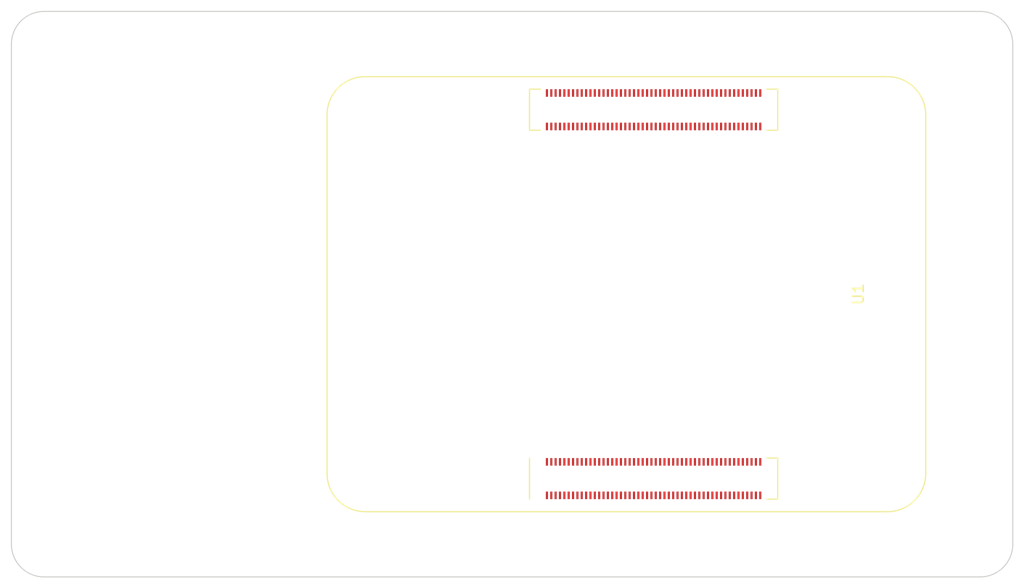
<source format=kicad_pcb>
(kicad_pcb (version 20211014) (generator pcbnew)
  (layers (0 "F.Cu" signal "Front") (31 "B.Cu" signal "Back") (34 "B.Paste" user) (35 "F.Paste" user) (36 "B.SilkS" user "B.Silkscreen") (37 "F.SilkS" user "F.Silkscreen") (38 "B.Mask" user) (39 "F.Mask" user) (44 "Edge.Cuts" user))
  (net 0 "")
  (net 1 "GND")
  (footprint "Rolling_Custom:Raspberry-Pi-4-Compute-Module" (layer "F.Cu") (at 163 100 90)
    (fp_text reference "U1" (at 0 18.8 90) (layer "F.SilkS"))
    (fp_text value "SC0320")
    (fp_line (start -18.85 -11.4) (end -15.07 -11.4) (layer "F.SilkS") (width 0.12))
    (fp_line (start -16.5 25) (end 16.5 25) (layer "F.SilkS") (width 0.12))
    (fp_line (start -18.85 11.4) (end -15.07 11.4) (layer "F.SilkS") (width 0.12))
    (fp_line (start 15.07 -11.4) (end 18.85 -11.4) (layer "F.SilkS") (width 0.12))
    (fp_line (start 18.85 11.4) (end 18.85 10.4) (layer "F.SilkS") (width 0.12))
    (fp_line (start 18.85 -11.4) (end 18.85 -10.4) (layer "F.SilkS") (width 0.12))
    (fp_line (start 15.07 11.4) (end 18.85 11.4) (layer "F.SilkS") (width 0.12))
    (fp_line (start -15.07 11.4) (end -15.07 10.4) (layer "F.SilkS") (width 0.12))
    (fp_line (start 20 21.5) (end 20 -26.5) (layer "F.SilkS") (width 0.12))
    (fp_line (start -20 -26.5) (end -20 21.5) (layer "F.SilkS") (width 0.12))
    (fp_line (start -18.85 11.4) (end -18.85 10.4) (layer "F.SilkS") (width 0.12))
    (fp_line (start 15.07 -11.4) (end 15.07 -10.4) (layer "F.SilkS") (width 0.12))
    (fp_line (start 15.07 11.4) (end 15.07 10.4) (layer "F.SilkS") (width 0.12))
    (fp_line (start 16.5 -30) (end -16.5 -30) (layer "F.SilkS") (width 0.12))
    (fp_arc (start 20 21.5) (mid 18.974874 23.974874) (end 16.5 25) (layer "F.SilkS") (width 0.12))
    (fp_arc (start 16.5 -30) (mid 18.974874 -28.974874) (end 20 -26.5) (layer "F.SilkS") (width 0.12))
    (fp_arc (start -20 -26.5) (mid -18.974874 -28.974874) (end -16.5 -30) (layer "F.SilkS") (width 0.12))
    (fp_arc (start -16.5 25) (mid -18.974874 23.974874) (end -20 21.5) (layer "F.SilkS") (width 0.12))
    (pad "" np_thru_hole circle (at 16.5 21.5 90) (size 2.7 2.7) (drill 2.7) (layers *.Cu *.Mask) (clearance 1.7))
    (pad "" np_thru_hole circle (at -16.5 -26.5 90) (size 2.7 2.7) (drill 2.7) (layers *.Cu *.Mask) (clearance 1.7))
    (pad "" np_thru_hole circle (at -16.5 21.5 90) (size 2.7 2.7) (drill 2.7) (layers *.Cu *.Mask) (clearance 1.7))
    (pad "" np_thru_hole circle (at 16.5 -26.5 90) (size 2.7 2.7) (drill 2.7) (layers *.Cu *.Mask) (clearance 1.7))
    (pad "1" smd rect (at -18.5 -9.8) (size 0.2 0.7) (layers "F.Cu" "F.Paste" "F.Mask") (net 1 "GND"))
    (pad "2" smd rect (at -15.42 -9.8) (size 0.2 0.7) (layers "F.Cu" "F.Paste" "F.Mask") (net 1 "GND"))
    (pad "3" smd rect (at -18.5 -9.4) (size 0.2 0.7) (layers "F.Cu" "F.Paste" "F.Mask"))
    (pad "4" smd rect (at -15.42 -9.4) (size 0.2 0.7) (layers "F.Cu" "F.Paste" "F.Mask"))
    (pad "5" smd rect (at -18.5 -9) (size 0.2 0.7) (layers "F.Cu" "F.Paste" "F.Mask"))
    (pad "6" smd rect (at -15.42 -9) (size 0.2 0.7) (layers "F.Cu" "F.Paste" "F.Mask"))
    (pad "7" smd rect (at -18.5 -8.6) (size 0.2 0.7) (layers "F.Cu" "F.Paste" "F.Mask") (net 1 "GND"))
    (pad "8" smd rect (at -15.42 -8.6) (size 0.2 0.7) (layers "F.Cu" "F.Paste" "F.Mask") (net 1 "GND"))
    (pad "9" smd rect (at -18.5 -8.2) (size 0.2 0.7) (layers "F.Cu" "F.Paste" "F.Mask"))
    (pad "10" smd rect (at -15.42 -8.2) (size 0.2 0.7) (layers "F.Cu" "F.Paste" "F.Mask"))
    (pad "11" smd rect (at -18.5 -7.8) (size 0.2 0.7) (layers "F.Cu" "F.Paste" "F.Mask"))
    (pad "12" smd rect (at -15.42 -7.8) (size 0.2 0.7) (layers "F.Cu" "F.Paste" "F.Mask"))
    (pad "13" smd rect (at -18.5 -7.4) (size 0.2 0.7) (layers "F.Cu" "F.Paste" "F.Mask") (net 1 "GND"))
    (pad "14" smd rect (at -15.42 -7.4) (size 0.2 0.7) (layers "F.Cu" "F.Paste" "F.Mask") (net 1 "GND"))
    (pad "15" smd rect (at -18.5 -7) (size 0.2 0.7) (layers "F.Cu" "F.Paste" "F.Mask"))
    (pad "16" smd rect (at -15.42 -7) (size 0.2 0.7) (layers "F.Cu" "F.Paste" "F.Mask"))
    (pad "17" smd rect (at -18.5 -6.6) (size 0.2 0.7) (layers "F.Cu" "F.Paste" "F.Mask"))
    (pad "18" smd rect (at -15.42 -6.6) (size 0.2 0.7) (layers "F.Cu" "F.Paste" "F.Mask"))
    (pad "19" smd rect (at -18.5 -6.2) (size 0.2 0.7) (layers "F.Cu" "F.Paste" "F.Mask"))
    (pad "20" smd rect (at -15.42 -6.2) (size 0.2 0.7) (layers "F.Cu" "F.Paste" "F.Mask"))
    (pad "21" smd rect (at -18.5 -5.8) (size 0.2 0.7) (layers "F.Cu" "F.Paste" "F.Mask"))
    (pad "22" smd rect (at -15.42 -5.8) (size 0.2 0.7) (layers "F.Cu" "F.Paste" "F.Mask") (net 1 "GND"))
    (pad "23" smd rect (at -18.5 -5.4) (size 0.2 0.7) (layers "F.Cu" "F.Paste" "F.Mask") (net 1 "GND"))
    (pad "24" smd rect (at -15.42 -5.4) (size 0.2 0.7) (layers "F.Cu" "F.Paste" "F.Mask"))
    (pad "25" smd rect (at -18.5 -5) (size 0.2 0.7) (layers "F.Cu" "F.Paste" "F.Mask"))
    (pad "26" smd rect (at -15.42 -5) (size 0.2 0.7) (layers "F.Cu" "F.Paste" "F.Mask"))
    (pad "27" smd rect (at -18.5 -4.6) (size 0.2 0.7) (layers "F.Cu" "F.Paste" "F.Mask"))
    (pad "28" smd rect (at -15.42 -4.6) (size 0.2 0.7) (layers "F.Cu" "F.Paste" "F.Mask"))
    (pad "29" smd rect (at -18.5 -4.2) (size 0.2 0.7) (layers "F.Cu" "F.Paste" "F.Mask"))
    (pad "30" smd rect (at -15.42 -4.2) (size 0.2 0.7) (layers "F.Cu" "F.Paste" "F.Mask"))
    (pad "31" smd rect (at -18.5 -3.8) (size 0.2 0.7) (layers "F.Cu" "F.Paste" "F.Mask"))
    (pad "32" smd rect (at -15.42 -3.8) (size 0.2 0.7) (layers "F.Cu" "F.Paste" "F.Mask") (net 1 "GND"))
    (pad "33" smd rect (at -18.5 -3.4) (size 0.2 0.7) (layers "F.Cu" "F.Paste" "F.Mask") (net 1 "GND"))
    (pad "34" smd rect (at -15.42 -3.4) (size 0.2 0.7) (layers "F.Cu" "F.Paste" "F.Mask"))
    (pad "35" smd rect (at -18.5 -3) (size 0.2 0.7) (layers "F.Cu" "F.Paste" "F.Mask"))
    (pad "36" smd rect (at -15.42 -3) (size 0.2 0.7) (layers "F.Cu" "F.Paste" "F.Mask"))
    (pad "37" smd rect (at -18.5 -2.6) (size 0.2 0.7) (layers "F.Cu" "F.Paste" "F.Mask"))
    (pad "38" smd rect (at -15.42 -2.6) (size 0.2 0.7) (layers "F.Cu" "F.Paste" "F.Mask"))
    (pad "39" smd rect (at -18.5 -2.2) (size 0.2 0.7) (layers "F.Cu" "F.Paste" "F.Mask"))
    (pad "40" smd rect (at -15.42 -2.2) (size 0.2 0.7) (layers "F.Cu" "F.Paste" "F.Mask"))
    (pad "41" smd rect (at -18.5 -1.8) (size 0.2 0.7) (layers "F.Cu" "F.Paste" "F.Mask"))
    (pad "42" smd rect (at -15.42 -1.8) (size 0.2 0.7) (layers "F.Cu" "F.Paste" "F.Mask") (net 1 "GND"))
    (pad "43" smd rect (at -18.5 -1.4) (size 0.2 0.7) (layers "F.Cu" "F.Paste" "F.Mask") (net 1 "GND"))
    (pad "44" smd rect (at -15.42 -1.4) (size 0.2 0.7) (layers "F.Cu" "F.Paste" "F.Mask"))
    (pad "45" smd rect (at -18.5 -1) (size 0.2 0.7) (layers "F.Cu" "F.Paste" "F.Mask"))
    (pad "46" smd rect (at -15.42 -1) (size 0.2 0.7) (layers "F.Cu" "F.Paste" "F.Mask"))
    (pad "47" smd rect (at -18.5 -0.6) (size 0.2 0.7) (layers "F.Cu" "F.Paste" "F.Mask"))
    (pad "48" smd rect (at -15.42 -0.6) (size 0.2 0.7) (layers "F.Cu" "F.Paste" "F.Mask"))
    (pad "49" smd rect (at -18.5 -0.2) (size 0.2 0.7) (layers "F.Cu" "F.Paste" "F.Mask"))
    (pad "50" smd rect (at -15.42 -0.2) (size 0.2 0.7) (layers "F.Cu" "F.Paste" "F.Mask"))
    (pad "51" smd rect (at -18.5 0.2) (size 0.2 0.7) (layers "F.Cu" "F.Paste" "F.Mask"))
    (pad "52" smd rect (at -15.42 0.2) (size 0.2 0.7) (layers "F.Cu" "F.Paste" "F.Mask") (net 1 "GND"))
    (pad "53" smd rect (at -18.5 0.6) (size 0.2 0.7) (layers "F.Cu" "F.Paste" "F.Mask") (net 1 "GND"))
    (pad "54" smd rect (at -15.42 0.6) (size 0.2 0.7) (layers "F.Cu" "F.Paste" "F.Mask"))
    (pad "55" smd rect (at -18.5 1) (size 0.2 0.7) (layers "F.Cu" "F.Paste" "F.Mask"))
    (pad "56" smd rect (at -15.42 1) (size 0.2 0.7) (layers "F.Cu" "F.Paste" "F.Mask"))
    (pad "57" smd rect (at -18.5 1.4) (size 0.2 0.7) (layers "F.Cu" "F.Paste" "F.Mask"))
    (pad "58" smd rect (at -15.42 1.4) (size 0.2 0.7) (layers "F.Cu" "F.Paste" "F.Mask"))
    (pad "59" smd rect (at -18.5 1.8) (size 0.2 0.7) (layers "F.Cu" "F.Paste" "F.Mask") (net 1 "GND"))
    (pad "60" smd rect (at -15.42 1.8) (size 0.2 0.7) (layers "F.Cu" "F.Paste" "F.Mask") (net 1 "GND"))
    (pad "61" smd rect (at -18.5 2.2) (size 0.2 0.7) (layers "F.Cu" "F.Paste" "F.Mask"))
    (pad "62" smd rect (at -15.42 2.2) (size 0.2 0.7) (layers "F.Cu" "F.Paste" "F.Mask"))
    (pad "63" smd rect (at -18.5 2.6) (size 0.2 0.7) (layers "F.Cu" "F.Paste" "F.Mask"))
    (pad "64" smd rect (at -15.42 2.6) (size 0.2 0.7) (layers "F.Cu" "F.Paste" "F.Mask"))
    (pad "65" smd rect (at -18.5 3) (size 0.2 0.7) (layers "F.Cu" "F.Paste" "F.Mask") (net 1 "GND"))
    (pad "66" smd rect (at -15.42 3) (size 0.2 0.7) (layers "F.Cu" "F.Paste" "F.Mask") (net 1 "GND"))
    (pad "67" smd rect (at -18.5 3.4) (size 0.2 0.7) (layers "F.Cu" "F.Paste" "F.Mask"))
    (pad "68" smd rect (at -15.42 3.4) (size 0.2 0.7) (layers "F.Cu" "F.Paste" "F.Mask"))
    (pad "69" smd rect (at -18.5 3.8) (size 0.2 0.7) (layers "F.Cu" "F.Paste" "F.Mask"))
    (pad "70" smd rect (at -15.42 3.8) (size 0.2 0.7) (layers "F.Cu" "F.Paste" "F.Mask"))
    (pad "71" smd rect (at -18.5 4.2) (size 0.2 0.7) (layers "F.Cu" "F.Paste" "F.Mask") (net 1 "GND"))
    (pad "72" smd rect (at -15.42 4.2) (size 0.2 0.7) (layers "F.Cu" "F.Paste" "F.Mask"))
    (pad "73" smd rect (at -18.5 4.6) (size 0.2 0.7) (layers "F.Cu" "F.Paste" "F.Mask"))
    (pad "74" smd rect (at -15.42 4.6) (size 0.2 0.7) (layers "F.Cu" "F.Paste" "F.Mask") (net 1 "GND"))
    (pad "75" smd rect (at -18.5 5) (size 0.2 0.7) (layers "F.Cu" "F.Paste" "F.Mask"))
    (pad "76" smd rect (at -15.42 5) (size 0.2 0.7) (layers "F.Cu" "F.Paste" "F.Mask"))
    (pad "77" smd rect (at -18.5 5.4) (size 0.2 0.7) (layers "F.Cu" "F.Paste" "F.Mask"))
    (pad "78" smd rect (at -15.42 5.4) (size 0.2 0.7) (layers "F.Cu" "F.Paste" "F.Mask"))
    (pad "79" smd rect (at -18.5 5.8) (size 0.2 0.7) (layers "F.Cu" "F.Paste" "F.Mask"))
    (pad "80" smd rect (at -15.42 5.8) (size 0.2 0.7) (layers "F.Cu" "F.Paste" "F.Mask"))
    (pad "81" smd rect (at -18.5 6.2) (size 0.2 0.7) (layers "F.Cu" "F.Paste" "F.Mask"))
    (pad "82" smd rect (at -15.42 6.2) (size 0.2 0.7) (layers "F.Cu" "F.Paste" "F.Mask"))
    (pad "83" smd rect (at -18.5 6.6) (size 0.2 0.7) (layers "F.Cu" "F.Paste" "F.Mask"))
    (pad "84" smd rect (at -15.42 6.6) (size 0.2 0.7) (layers "F.Cu" "F.Paste" "F.Mask"))
    (pad "85" smd rect (at -18.5 7) (size 0.2 0.7) (layers "F.Cu" "F.Paste" "F.Mask"))
    (pad "86" smd rect (at -15.42 7) (size 0.2 0.7) (layers "F.Cu" "F.Paste" "F.Mask"))
    (pad "87" smd rect (at -18.5 7.4) (size 0.2 0.7) (layers "F.Cu" "F.Paste" "F.Mask"))
    (pad "88" smd rect (at -15.42 7.4) (size 0.2 0.7) (layers "F.Cu" "F.Paste" "F.Mask"))
    (pad "89" smd rect (at -18.5 7.8) (size 0.2 0.7) (layers "F.Cu" "F.Paste" "F.Mask"))
    (pad "90" smd rect (at -15.42 7.8) (size 0.2 0.7) (layers "F.Cu" "F.Paste" "F.Mask"))
    (pad "91" smd rect (at -18.5 8.2) (size 0.2 0.7) (layers "F.Cu" "F.Paste" "F.Mask"))
    (pad "92" smd rect (at -15.42 8.2) (size 0.2 0.7) (layers "F.Cu" "F.Paste" "F.Mask"))
    (pad "93" smd rect (at -18.5 8.6) (size 0.2 0.7) (layers "F.Cu" "F.Paste" "F.Mask"))
    (pad "94" smd rect (at -15.42 8.6) (size 0.2 0.7) (layers "F.Cu" "F.Paste" "F.Mask"))
    (pad "95" smd rect (at -18.5 9) (size 0.2 0.7) (layers "F.Cu" "F.Paste" "F.Mask"))
    (pad "96" smd rect (at -15.42 9) (size 0.2 0.7) (layers "F.Cu" "F.Paste" "F.Mask"))
    (pad "97" smd rect (at -18.5 9.4) (size 0.2 0.7) (layers "F.Cu" "F.Paste" "F.Mask"))
    (pad "98" smd rect (at -15.42 9.4) (size 0.2 0.7) (layers "F.Cu" "F.Paste" "F.Mask") (net 1 "GND"))
    (pad "99" smd rect (at -18.5 9.8) (size 0.2 0.7) (layers "F.Cu" "F.Paste" "F.Mask"))
    (pad "100" smd rect (at -15.42 9.8) (size 0.2 0.7) (layers "F.Cu" "F.Paste" "F.Mask"))
    (pad "101" smd rect (at 15.42 -9.8) (size 0.2 0.7) (layers "F.Cu" "F.Paste" "F.Mask"))
    (pad "102" smd rect (at 18.5 -9.8) (size 0.2 0.7) (layers "F.Cu" "F.Paste" "F.Mask"))
    (pad "103" smd rect (at 15.42 -9.4) (size 0.2 0.7) (layers "F.Cu" "F.Paste" "F.Mask"))
    (pad "104" smd rect (at 18.5 -9.4) (size 0.2 0.7) (layers "F.Cu" "F.Paste" "F.Mask"))
    (pad "105" smd rect (at 15.42 -9) (size 0.2 0.7) (layers "F.Cu" "F.Paste" "F.Mask"))
    (pad "106" smd rect (at 18.5 -9) (size 0.2 0.7) (layers "F.Cu" "F.Paste" "F.Mask"))
    (pad "107" smd rect (at 15.42 -8.6) (size 0.2 0.7) (layers "F.Cu" "F.Paste" "F.Mask") (net 1 "GND"))
    (pad "108" smd rect (at 18.5 -8.6) (size 0.2 0.7) (layers "F.Cu" "F.Paste" "F.Mask") (net 1 "GND"))
    (pad "109" smd rect (at 15.42 -8.2) (size 0.2 0.7) (layers "F.Cu" "F.Paste" "F.Mask"))
    (pad "110" smd rect (at 18.5 -8.2) (size 0.2 0.7) (layers "F.Cu" "F.Paste" "F.Mask"))
    (pad "111" smd rect (at 15.42 -7.8) (size 0.2 0.7) (layers "F.Cu" "F.Paste" "F.Mask"))
    (pad "112" smd rect (at 18.5 -7.8) (size 0.2 0.7) (layers "F.Cu" "F.Paste" "F.Mask"))
    (pad "113" smd rect (at 15.42 -7.4) (size 0.2 0.7) (layers "F.Cu" "F.Paste" "F.Mask") (net 1 "GND"))
    (pad "114" smd rect (at 18.5 -7.4) (size 0.2 0.7) (layers "F.Cu" "F.Paste" "F.Mask") (net 1 "GND"))
    (pad "115" smd rect (at 15.42 -7) (size 0.2 0.7) (layers "F.Cu" "F.Paste" "F.Mask"))
    (pad "116" smd rect (at 18.5 -7) (size 0.2 0.7) (layers "F.Cu" "F.Paste" "F.Mask"))
    (pad "117" smd rect (at 15.42 -6.6) (size 0.2 0.7) (layers "F.Cu" "F.Paste" "F.Mask"))
    (pad "118" smd rect (at 18.5 -6.6) (size 0.2 0.7) (layers "F.Cu" "F.Paste" "F.Mask"))
    (pad "119" smd rect (at 15.42 -6.2) (size 0.2 0.7) (layers "F.Cu" "F.Paste" "F.Mask") (net 1 "GND"))
    (pad "120" smd rect (at 18.5 -6.2) (size 0.2 0.7) (layers "F.Cu" "F.Paste" "F.Mask") (net 1 "GND"))
    (pad "121" smd rect (at 15.42 -5.8) (size 0.2 0.7) (layers "F.Cu" "F.Paste" "F.Mask"))
    (pad "122" smd rect (at 18.5 -5.8) (size 0.2 0.7) (layers "F.Cu" "F.Paste" "F.Mask"))
    (pad "123" smd rect (at 15.42 -5.4) (size 0.2 0.7) (layers "F.Cu" "F.Paste" "F.Mask"))
    (pad "124" smd rect (at 18.5 -5.4) (size 0.2 0.7) (layers "F.Cu" "F.Paste" "F.Mask"))
    (pad "125" smd rect (at 15.42 -5) (size 0.2 0.7) (layers "F.Cu" "F.Paste" "F.Mask") (net 1 "GND"))
    (pad "126" smd rect (at 18.5 -5) (size 0.2 0.7) (layers "F.Cu" "F.Paste" "F.Mask") (net 1 "GND"))
    (pad "127" smd rect (at 15.42 -4.6) (size 0.2 0.7) (layers "F.Cu" "F.Paste" "F.Mask"))
    (pad "128" smd rect (at 18.5 -4.6) (size 0.2 0.7) (layers "F.Cu" "F.Paste" "F.Mask"))
    (pad "129" smd rect (at 15.42 -4.2) (size 0.2 0.7) (layers "F.Cu" "F.Paste" "F.Mask"))
    (pad "130" smd rect (at 18.5 -4.2) (size 0.2 0.7) (layers "F.Cu" "F.Paste" "F.Mask"))
    (pad "131" smd rect (at 15.42 -3.8) (size 0.2 0.7) (layers "F.Cu" "F.Paste" "F.Mask") (net 1 "GND"))
    (pad "132" smd rect (at 18.5 -3.8) (size 0.2 0.7) (layers "F.Cu" "F.Paste" "F.Mask") (net 1 "GND"))
    (pad "133" smd rect (at 15.42 -3.4) (size 0.2 0.7) (layers "F.Cu" "F.Paste" "F.Mask"))
    (pad "134" smd rect (at 18.5 -3.4) (size 0.2 0.7) (layers "F.Cu" "F.Paste" "F.Mask"))
    (pad "135" smd rect (at 15.42 -3) (size 0.2 0.7) (layers "F.Cu" "F.Paste" "F.Mask"))
    (pad "136" smd rect (at 18.5 -3) (size 0.2 0.7) (layers "F.Cu" "F.Paste" "F.Mask"))
    (pad "137" smd rect (at 15.42 -2.6) (size 0.2 0.7) (layers "F.Cu" "F.Paste" "F.Mask") (net 1 "GND"))
    (pad "138" smd rect (at 18.5 -2.6) (size 0.2 0.7) (layers "F.Cu" "F.Paste" "F.Mask") (net 1 "GND"))
    (pad "139" smd rect (at 15.42 -2.2) (size 0.2 0.7) (layers "F.Cu" "F.Paste" "F.Mask"))
    (pad "140" smd rect (at 18.5 -2.2) (size 0.2 0.7) (layers "F.Cu" "F.Paste" "F.Mask"))
    (pad "141" smd rect (at 15.42 -1.8) (size 0.2 0.7) (layers "F.Cu" "F.Paste" "F.Mask"))
    (pad "142" smd rect (at 18.5 -1.8) (size 0.2 0.7) (layers "F.Cu" "F.Paste" "F.Mask"))
    (pad "143" smd rect (at 15.42 -1.4) (size 0.2 0.7) (layers "F.Cu" "F.Paste" "F.Mask"))
    (pad "144" smd rect (at 18.5 -1.4) (size 0.2 0.7) (layers "F.Cu" "F.Paste" "F.Mask") (net 1 "GND"))
    (pad "145" smd rect (at 15.42 -1) (size 0.2 0.7) (layers "F.Cu" "F.Paste" "F.Mask"))
    (pad "146" smd rect (at 18.5 -1) (size 0.2 0.7) (layers "F.Cu" "F.Paste" "F.Mask"))
    (pad "147" smd rect (at 15.42 -0.6) (size 0.2 0.7) (layers "F.Cu" "F.Paste" "F.Mask"))
    (pad "148" smd rect (at 18.5 -0.6) (size 0.2 0.7) (layers "F.Cu" "F.Paste" "F.Mask"))
    (pad "149" smd rect (at 15.42 -0.2) (size 0.2 0.7) (layers "F.Cu" "F.Paste" "F.Mask"))
    (pad "150" smd rect (at 18.5 -0.2) (size 0.2 0.7) (layers "F.Cu" "F.Paste" "F.Mask") (net 1 "GND"))
    (pad "151" smd rect (at 15.42 0.2) (size 0.2 0.7) (layers "F.Cu" "F.Paste" "F.Mask"))
    (pad "152" smd rect (at 18.5 0.2) (size 0.2 0.7) (layers "F.Cu" "F.Paste" "F.Mask"))
    (pad "153" smd rect (at 15.42 0.6) (size 0.2 0.7) (layers "F.Cu" "F.Paste" "F.Mask"))
    (pad "154" smd rect (at 18.5 0.6) (size 0.2 0.7) (layers "F.Cu" "F.Paste" "F.Mask"))
    (pad "155" smd rect (at 15.42 1) (size 0.2 0.7) (layers "F.Cu" "F.Paste" "F.Mask") (net 1 "GND"))
    (pad "156" smd rect (at 18.5 1) (size 0.2 0.7) (layers "F.Cu" "F.Paste" "F.Mask") (net 1 "GND"))
    (pad "157" smd rect (at 15.42 1.4) (size 0.2 0.7) (layers "F.Cu" "F.Paste" "F.Mask"))
    (pad "158" smd rect (at 18.5 1.4) (size 0.2 0.7) (layers "F.Cu" "F.Paste" "F.Mask"))
    (pad "159" smd rect (at 15.42 1.8) (size 0.2 0.7) (layers "F.Cu" "F.Paste" "F.Mask"))
    (pad "160" smd rect (at 18.5 1.8) (size 0.2 0.7) (layers "F.Cu" "F.Paste" "F.Mask"))
    (pad "161" smd rect (at 15.42 2.2) (size 0.2 0.7) (layers "F.Cu" "F.Paste" "F.Mask") (net 1 "GND"))
    (pad "162" smd rect (at 18.5 2.2) (size 0.2 0.7) (layers "F.Cu" "F.Paste" "F.Mask") (net 1 "GND"))
    (pad "163" smd rect (at 15.42 2.6) (size 0.2 0.7) (layers "F.Cu" "F.Paste" "F.Mask"))
    (pad "164" smd rect (at 18.5 2.6) (size 0.2 0.7) (layers "F.Cu" "F.Paste" "F.Mask"))
    (pad "165" smd rect (at 15.42 3) (size 0.2 0.7) (layers "F.Cu" "F.Paste" "F.Mask"))
    (pad "166" smd rect (at 18.5 3) (size 0.2 0.7) (layers "F.Cu" "F.Paste" "F.Mask"))
    (pad "167" smd rect (at 15.42 3.4) (size 0.2 0.7) (layers "F.Cu" "F.Paste" "F.Mask") (net 1 "GND"))
    (pad "168" smd rect (at 18.5 3.4) (size 0.2 0.7) (layers "F.Cu" "F.Paste" "F.Mask") (net 1 "GND"))
    (pad "169" smd rect (at 15.42 3.8) (size 0.2 0.7) (layers "F.Cu" "F.Paste" "F.Mask"))
    (pad "170" smd rect (at 18.5 3.8) (size 0.2 0.7) (layers "F.Cu" "F.Paste" "F.Mask"))
    (pad "171" smd rect (at 15.42 4.2) (size 0.2 0.7) (layers "F.Cu" "F.Paste" "F.Mask"))
    (pad "172" smd rect (at 18.5 4.2) (size 0.2 0.7) (layers "F.Cu" "F.Paste" "F.Mask"))
    (pad "173" smd rect (at 15.42 4.6) (size 0.2 0.7) (layers "F.Cu" "F.Paste" "F.Mask") (net 1 "GND"))
    (pad "174" smd rect (at 18.5 4.6) (size 0.2 0.7) (layers "F.Cu" "F.Paste" "F.Mask") (net 1 "GND"))
    (pad "175" smd rect (at 15.42 5) (size 0.2 0.7) (layers "F.Cu" "F.Paste" "F.Mask"))
    (pad "176" smd rect (at 18.5 5) (size 0.2 0.7) (layers "F.Cu" "F.Paste" "F.Mask"))
    (pad "177" smd rect (at 15.42 5.4) (size 0.2 0.7) (layers "F.Cu" "F.Paste" "F.Mask"))
    (pad "178" smd rect (at 18.5 5.4) (size 0.2 0.7) (layers "F.Cu" "F.Paste" "F.Mask"))
    (pad "179" smd rect (at 15.42 5.8) (size 0.2 0.7) (layers "F.Cu" "F.Paste" "F.Mask") (net 1 "GND"))
    (pad "180" smd rect (at 18.5 5.8) (size 0.2 0.7) (layers "F.Cu" "F.Paste" "F.Mask") (net 1 "GND"))
    (pad "181" smd rect (at 15.42 6.2) (size 0.2 0.7) (layers "F.Cu" "F.Paste" "F.Mask"))
    (pad "182" smd rect (at 18.5 6.2) (size 0.2 0.7) (layers "F.Cu" "F.Paste" "F.Mask"))
    (pad "183" smd rect (at 15.42 6.6) (size 0.2 0.7) (layers "F.Cu" "F.Paste" "F.Mask"))
    (pad "184" smd rect (at 18.5 6.6) (size 0.2 0.7) (layers "F.Cu" "F.Paste" "F.Mask"))
    (pad "185" smd rect (at 15.42 7) (size 0.2 0.7) (layers "F.Cu" "F.Paste" "F.Mask") (net 1 "GND"))
    (pad "186" smd rect (at 18.5 7) (size 0.2 0.7) (layers "F.Cu" "F.Paste" "F.Mask") (net 1 "GND"))
    (pad "187" smd rect (at 15.42 7.4) (size 0.2 0.7) (layers "F.Cu" "F.Paste" "F.Mask"))
    (pad "188" smd rect (at 18.5 7.4) (size 0.2 0.7) (layers "F.Cu" "F.Paste" "F.Mask"))
    (pad "189" smd rect (at 15.42 7.8) (size 0.2 0.7) (layers "F.Cu" "F.Paste" "F.Mask"))
    (pad "190" smd rect (at 18.5 7.8) (size 0.2 0.7) (layers "F.Cu" "F.Paste" "F.Mask"))
    (pad "191" smd rect (at 15.42 8.2) (size 0.2 0.7) (layers "F.Cu" "F.Paste" "F.Mask") (net 1 "GND"))
    (pad "192" smd rect (at 18.5 8.2) (size 0.2 0.7) (layers "F.Cu" "F.Paste" "F.Mask") (net 1 "GND"))
    (pad "193" smd rect (at 15.42 8.6) (size 0.2 0.7) (layers "F.Cu" "F.Paste" "F.Mask"))
    (pad "194" smd rect (at 18.5 8.6) (size 0.2 0.7) (layers "F.Cu" "F.Paste" "F.Mask"))
    (pad "195" smd rect (at 15.42 9) (size 0.2 0.7) (layers "F.Cu" "F.Paste" "F.Mask"))
    (pad "196" smd rect (at 18.5 9) (size 0.2 0.7) (layers "F.Cu" "F.Paste" "F.Mask"))
    (pad "197" smd rect (at 15.42 9.4) (size 0.2 0.7) (layers "F.Cu" "F.Paste" "F.Mask") (net 1 "GND"))
    (pad "198" smd rect (at 18.5 9.4) (size 0.2 0.7) (layers "F.Cu" "F.Paste" "F.Mask") (net 1 "GND"))
    (pad "199" smd rect (at 15.42 9.8) (size 0.2 0.7) (layers "F.Cu" "F.Paste" "F.Mask"))
    (pad "200" smd rect (at 18.5 9.8) (size 0.2 0.7) (layers "F.Cu" "F.Paste" "F.Mask"))
  )
  (gr_arc (start 107 126) (mid 104.87868 125.12132) (end 104 123) (layer "Edge.Cuts") (width 0.1))
  (gr_arc (start 104 77) (mid 104.87868 74.87868) (end 107 74) (layer "Edge.Cuts") (width 0.1))
  (gr_arc (start 193 74) (mid 195.12132 74.87868) (end 196 77) (layer "Edge.Cuts") (width 0.1))
  (gr_line (start 107 74) (end 193 74) (layer "Edge.Cuts") (width 0.1))
  (gr_arc (start 196 123) (mid 195.12132 125.12132) (end 193 126) (layer "Edge.Cuts") (width 0.1))
  (gr_line (start 196 77) (end 196 123) (layer "Edge.Cuts") (width 0.1))
  (gr_line (start 104 77) (end 104 123) (layer "Edge.Cuts") (width 0.1))
  (gr_line (start 107 126) (end 193 126) (layer "Edge.Cuts") (width 0.1))
)
</source>
